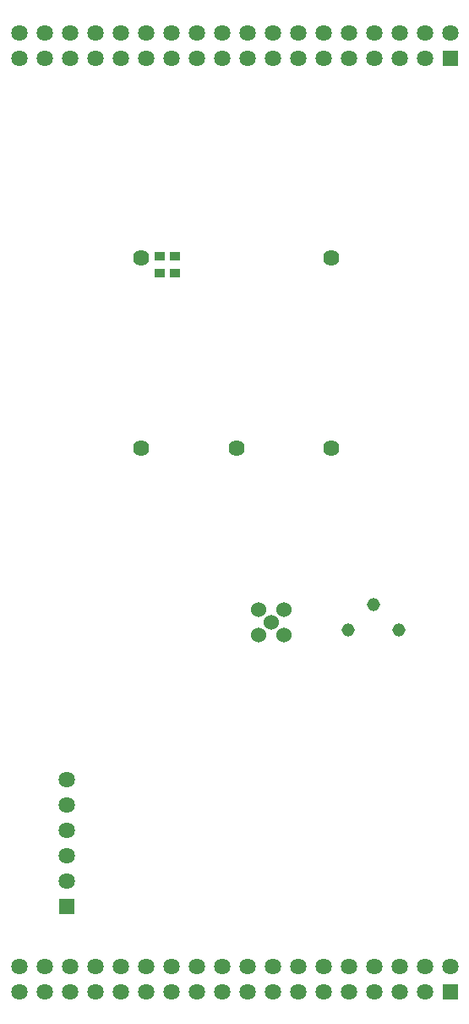
<source format=gbs>
G04*
G04 #@! TF.GenerationSoftware,Altium Limited,Altium Designer,21.8.1 (53)*
G04*
G04 Layer_Color=16711935*
%FSLAX25Y25*%
%MOIN*%
G70*
G04*
G04 #@! TF.SameCoordinates,FEA55363-24F4-4A60-B236-1B38E07B82BE*
G04*
G04*
G04 #@! TF.FilePolarity,Negative*
G04*
G01*
G75*
%ADD15R,0.04043X0.03650*%
%ADD26R,0.06406X0.06406*%
%ADD27C,0.06406*%
%ADD28C,0.05185*%
%ADD29C,0.06012*%
%ADD30C,0.06378*%
%ADD31R,0.06406X0.06406*%
D15*
X68461Y129193D02*
D03*
X68500Y135728D02*
D03*
X74461Y129193D02*
D03*
X74500Y135728D02*
D03*
D26*
X32000Y-120500D02*
D03*
D27*
Y-110500D02*
D03*
Y-100500D02*
D03*
Y-90500D02*
D03*
Y-80500D02*
D03*
Y-70500D02*
D03*
X13177Y223874D02*
D03*
Y213874D02*
D03*
X23177Y223874D02*
D03*
Y213874D02*
D03*
X33177Y223874D02*
D03*
Y213874D02*
D03*
X43177Y223874D02*
D03*
Y213874D02*
D03*
X53177Y223874D02*
D03*
Y213874D02*
D03*
X63177Y223874D02*
D03*
Y213874D02*
D03*
X73177Y223874D02*
D03*
Y213874D02*
D03*
X83177Y223874D02*
D03*
Y213874D02*
D03*
X93177Y223874D02*
D03*
Y213874D02*
D03*
X103177Y223874D02*
D03*
Y213874D02*
D03*
X113177Y223874D02*
D03*
Y213874D02*
D03*
X123177Y223874D02*
D03*
Y213874D02*
D03*
X133177Y223874D02*
D03*
Y213874D02*
D03*
X143177Y223874D02*
D03*
Y213874D02*
D03*
X153177Y223874D02*
D03*
Y213874D02*
D03*
X163177Y223874D02*
D03*
Y213874D02*
D03*
X173177Y223874D02*
D03*
Y213874D02*
D03*
X183177Y223874D02*
D03*
X13177Y-144079D02*
D03*
Y-154079D02*
D03*
X23177Y-144079D02*
D03*
Y-154079D02*
D03*
X33177Y-144079D02*
D03*
Y-154079D02*
D03*
X43177Y-144079D02*
D03*
Y-154079D02*
D03*
X53177Y-144079D02*
D03*
Y-154079D02*
D03*
X63177Y-144079D02*
D03*
Y-154079D02*
D03*
X73177Y-144079D02*
D03*
Y-154079D02*
D03*
X83177Y-144079D02*
D03*
Y-154079D02*
D03*
X93177Y-144079D02*
D03*
Y-154079D02*
D03*
X103177Y-144079D02*
D03*
Y-154079D02*
D03*
X113177Y-144079D02*
D03*
Y-154079D02*
D03*
X123177Y-144079D02*
D03*
Y-154079D02*
D03*
X133177Y-144079D02*
D03*
Y-154079D02*
D03*
X143177Y-144079D02*
D03*
Y-154079D02*
D03*
X153177Y-144079D02*
D03*
Y-154079D02*
D03*
X163177Y-144079D02*
D03*
Y-154079D02*
D03*
X173177Y-144079D02*
D03*
Y-154079D02*
D03*
X183177Y-144079D02*
D03*
D28*
X163000Y-11500D02*
D03*
X153000Y-1500D02*
D03*
X143000Y-11500D02*
D03*
D29*
X107500Y-13500D02*
D03*
Y-3500D02*
D03*
X117500D02*
D03*
Y-13500D02*
D03*
X112500Y-8500D02*
D03*
D30*
X61252Y60248D02*
D03*
X98752D02*
D03*
X136252D02*
D03*
Y135248D02*
D03*
X61252D02*
D03*
D31*
X183177Y213874D02*
D03*
Y-154079D02*
D03*
M02*

</source>
